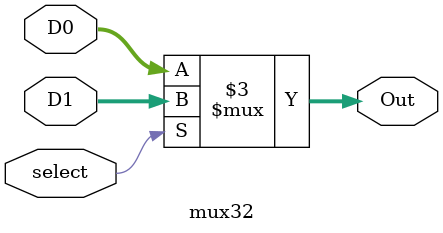
<source format=v>
module mux32(D0,D1,select,Out);
	input [31:0]D0,D1;
	input select;
	output reg [31:0] Out;
	always@(*)
		if(select)
			Out<=D1;
		else Out<=D0;
endmodule 

</source>
